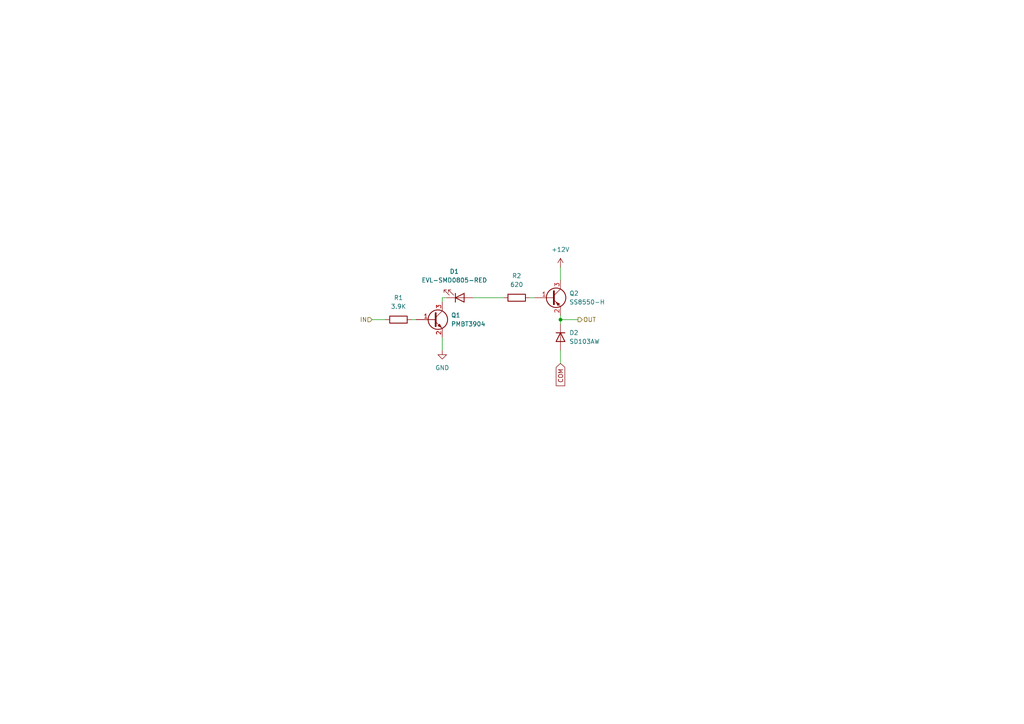
<source format=kicad_sch>
(kicad_sch (version 20231120) (generator "eeschema") (generator_version "8.0")
  (paper "A4")
  (lib_symbols
    (symbol "Device:D" (pin_numbers hide) (pin_names (offset 1.016) hide)
      (property "Reference" "D" (at 0 2.54 0))
      (property "Value" "D" (at 0 -2.54 0))
      (symbol "D_0_1"
        (polyline (pts (xy -1.27 1.27) (xy -1.27 -1.27)) (stroke (width 0.254)))
        (polyline (pts (xy 1.27 0) (xy -1.27 0)))
        (polyline (pts (xy 1.27 1.27) (xy 1.27 -1.27) (xy -1.27 0) (xy 1.27 1.27)) (stroke (width 0.254)))
      )
      (symbol "D_1_1"
        (pin passive line (at -3.81 0 0) (length 2.54) (name "K") (number "1"))
        (pin passive line (at 3.81 0 180) (length 2.54) (name "A") (number "2"))
      )
    )
    (symbol "Device:LED" (pin_numbers hide) (pin_names (offset 1.016) hide)
      (property "Reference" "D" (at 0 2.54 0))
      (property "Value" "LED" (at 0 -2.54 0))
      (symbol "LED_0_1"
        (polyline (pts (xy -1.27 -1.27) (xy -1.27 1.27)) (stroke (width 0.254)))
        (polyline (pts (xy -1.27 0) (xy 1.27 0)))
        (polyline (pts (xy 1.27 -1.27) (xy 1.27 1.27) (xy -1.27 0) (xy 1.27 -1.27)) (stroke (width 0.254)))
        (polyline (pts (xy -3.048 -0.762) (xy -4.572 -2.286) (xy -3.81 -2.286) (xy -4.572 -2.286) (xy -4.572 -1.524)))
        (polyline (pts (xy -1.778 -0.762) (xy -3.302 -2.286) (xy -2.54 -2.286) (xy -3.302 -2.286) (xy -3.302 -1.524)))
      )
      (symbol "LED_1_1"
        (pin passive line (at -3.81 0 0) (length 2.54) (name "K") (number "1"))
        (pin passive line (at 3.81 0 180) (length 2.54) (name "A") (number "2"))
      )
    )
    (symbol "Device:Q_NPN_BEC" (pin_names (offset 0) hide)
      (property "Reference" "Q" (at 5.08 1.27 0))
      (property "Value" "Q_NPN_BEC" (at 5.08 -1.27 0))
      (symbol "Q_NPN_BEC_0_1"
        (polyline (pts (xy 0.635 0.635) (xy 2.54 2.54)))
        (polyline (pts (xy 0.635 -0.635) (xy 2.54 -2.54) (xy 2.54 -2.54)))
        (polyline (pts (xy 0.635 1.905) (xy 0.635 -1.905) (xy 0.635 -1.905)) (stroke (width 0.508)))
        (polyline (pts (xy 1.27 -1.778) (xy 1.778 -1.27) (xy 2.286 -2.286) (xy 1.27 -1.778) (xy 1.27 -1.778)) (fill (type outline)))
        (circle (center 1.27 0) (radius 2.8194) (stroke (width 0.254)))
      )
      (symbol "Q_NPN_BEC_1_1"
        (pin input line (at -5.08 0 0) (length 5.715) (name "B") (number "1"))
        (pin passive line (at 2.54 -5.08 90) (length 2.54) (name "E") (number "2"))
        (pin passive line (at 2.54 5.08 270) (length 2.54) (name "C") (number "3"))
      )
    )
    (symbol "Device:Q_PNP_BEC" (pin_names (offset 0) hide)
      (property "Reference" "Q" (at 5.08 1.27 0))
      (property "Value" "Q_PNP_BEC" (at 5.08 -1.27 0))
      (symbol "Q_PNP_BEC_0_1"
        (polyline (pts (xy 0.635 0.635) (xy 2.54 2.54)))
        (polyline (pts (xy 0.635 -0.635) (xy 2.54 -2.54) (xy 2.54 -2.54)))
        (polyline (pts (xy 0.635 1.905) (xy 0.635 -1.905) (xy 0.635 -1.905)) (stroke (width 0.508)))
        (polyline (pts (xy 2.286 -1.778) (xy 1.778 -2.286) (xy 1.27 -1.27) (xy 2.286 -1.778) (xy 2.286 -1.778)) (fill (type outline)))
        (circle (center 1.27 0) (radius 2.8194) (stroke (width 0.254)))
      )
      (symbol "Q_PNP_BEC_1_1"
        (pin input line (at -5.08 0 0) (length 5.715) (name "B") (number "1"))
        (pin passive line (at 2.54 -5.08 90) (length 2.54) (name "E") (number "2"))
        (pin passive line (at 2.54 5.08 270) (length 2.54) (name "C") (number "3"))
      )
    )
    (symbol "Device:R" (pin_numbers hide) (pin_names (offset 0))
      (property "Reference" "R" (at 2.032 0 90))
      (property "Value" "R" (at 0 0 90))
      (symbol "R_0_1"
        (rectangle (start -1.016 -2.54) (end 1.016 2.54) (stroke (width 0.254)))
      )
      (symbol "R_1_1"
        (pin passive line (at 0 3.81 270) (length 1.27) (name "~") (number "1"))
        (pin passive line (at 0 -3.81 90) (length 1.27) (name "~") (number "2"))
      )
    )
    (symbol "power:+12V" (power) (pin_numbers hide) (pin_names (offset 0) hide)
      (property "Value" "+12V" (at 0 3.556 0))
      (symbol "+12V_0_1"
        (polyline (pts (xy -0.762 1.27) (xy 0 2.54)))
        (polyline (pts (xy 0 0) (xy 0 2.54)))
        (polyline (pts (xy 0 2.54) (xy 0.762 1.27)))
      )
      (symbol "+12V_1_1"
        (pin power_in line (at 0 0 90) (length 0) (name "~") (number "1"))
      )
    )
    (symbol "power:GND" (power) (pin_numbers hide) (pin_names (offset 0) hide)
      (property "Value" "GND" (at 0 -3.81 0))
      (symbol "GND_0_1"
        (polyline (pts (xy 0 0) (xy 0 -1.27) (xy 1.27 -1.27) (xy 0 -2.54) (xy -1.27 -1.27) (xy 0 -1.27)))
      )
      (symbol "GND_1_1"
        (pin power_in line (at 0 0 270) (length 0) (name "~") (number "1"))
      )
    )
  )
  (junction (at 162.56 92.71))
  (wire (pts (xy 128.27 97.79) (xy 128.27 101.6)))
  (wire (pts (xy 162.56 77.47) (xy 162.56 81.28)))
  (wire (pts (xy 162.56 101.6) (xy 162.56 105.41)))
  (wire (pts (xy 137.16 86.36) (xy 146.05 86.36)))
  (wire (pts (xy 162.56 92.71) (xy 167.64 92.71)))
  (wire (pts (xy 107.95 92.71) (xy 111.76 92.71)))
  (wire (pts (xy 153.67 86.36) (xy 154.94 86.36)))
  (wire (pts (xy 128.27 87.63) (xy 128.27 86.36)))
  (wire (pts (xy 119.38 92.71) (xy 120.65 92.71)))
  (wire (pts (xy 162.56 92.71) (xy 162.56 91.44)))
  (wire (pts (xy 128.27 86.36) (xy 129.54 86.36)))
  (wire (pts (xy 162.56 93.98) (xy 162.56 92.71)))
  (global_label "COM" (shape input) (at 162.56 105.41 270) (property "Intersheetrefs" "${INTERSHEET_REFS}" (effects (hide yes))))
  (hierarchical_label "OUT" (shape output) (at 167.64 92.71 0))
  (hierarchical_label "IN" (shape input) (at 107.95 92.71 180))
  (symbol (lib_id "Device:LED") (at 133.35 86.36 0) (mirror x) (unit 1)
    (property "Reference" "D1" (at 131.7625 78.74 0))
    (property "Value" "EVL-SMD0805-RED" (at 131.7625 81.28 0))
    (property "Footprint" "LED_SMD:LED_0805_2012Metric_Pad1.15x1.40mm_HandSolder" (effects (hide yes)))
    (property "Description" "Light emitting diode" (effects (hide yes)))
    (property "CID" "100.432.15" (effects (hide yes)))
    (instances (project "irrigation-controller" (path "" (reference "D1") (unit 1)) (path "" (reference "D3") (unit 1)) (path "" (reference "D5") (unit 1)) (path "" (reference "D7") (unit 1))))
  )
  (symbol (lib_id "Device:Q_NPN_BEC") (at 125.73 92.71 0) (unit 1)
    (property "Reference" "Q1" (at 130.81 91.4399 0) (effects (justify left)))
    (property "Value" "PMBT3904" (at 130.81 93.9799 0) (effects (justify left)))
    (property "Footprint" "Package_TO_SOT_SMD:TSOT-23" (effects (hide yes)))
    (property "Description" "NPN transistor, base/emitter/collector" (effects (hide yes)))
    (property "CID" "100.398.15" (effects (hide yes)))
    (instances (project "irrigation-controller" (path "" (reference "Q1") (unit 1)) (path "" (reference "Q3") (unit 1)) (path "" (reference "Q5") (unit 1)) (path "" (reference "Q7") (unit 1))))
  )
  (symbol (lib_id "power:GND") (at 128.27 101.6 0) (unit 1)
    (property "Reference" "#PWR05" (effects (hide yes)))
    (property "Value" "GND" (at 128.27 106.68 0))
    (property "Description" "Power symbol creates a global label with name \"GND\" , ground" (effects (hide yes)))
    (instances (project "irrigation-controller" (path "" (reference "#PWR05") (unit 1)) (path "" (reference "#PWR06") (unit 1)) (path "" (reference "#PWR07") (unit 1)) (path "" (reference "#PWR08") (unit 1))))
  )
  (symbol (lib_id "power:+12V") (at 162.56 77.47 0) (unit 1)
    (property "Reference" "#PWR03" (effects (hide yes)))
    (property "Value" "+12V" (at 162.56 72.39 0))
    (property "Description" "Power symbol creates a global label with name \"+12V\"" (effects (hide yes)))
    (instances (project "irrigation-controller" (path "" (reference "#PWR03") (unit 1)) (path "" (reference "#PWR021") (unit 1)) (path "" (reference "#PWR022") (unit 1)) (path "" (reference "#PWR023") (unit 1))))
  )
  (symbol (lib_id "Device:Q_PNP_BEC") (at 160.02 86.36 0) (unit 1)
    (property "Reference" "Q2" (at 165.1 85.0899 0) (effects (justify left)))
    (property "Value" "SS8550-H" (at 165.1 87.6299 0) (effects (justify left)))
    (property "Footprint" "Package_TO_SOT_SMD:TSOT-23" (effects (hide yes)))
    (property "Description" "PNP transistor, base/emitter/collector" (effects (hide yes)))
    (property "CID" "100.444.43" (effects (hide yes)))
    (instances (project "irrigation-controller" (path "" (reference "Q2") (unit 1)) (path "" (reference "Q4") (unit 1)) (path "" (reference "Q6") (unit 1)) (path "" (reference "Q8") (unit 1))))
  )
  (symbol (lib_id "Device:R") (at 149.86 86.36 90) (unit 1)
    (property "Reference" "R2" (at 149.86 80.01 90))
    (property "Value" "620" (at 149.86 82.55 90))
    (property "Footprint" "Resistor_SMD:R_0805_2012Metric" (effects (hide yes)))
    (property "Description" "Resistor" (effects (hide yes)))
    (property "CID" "100.333.37" (effects (hide yes)))
    (instances (project "irrigation-controller" (path "" (reference "R2") (unit 1)) (path "" (reference "R4") (unit 1)) (path "" (reference "R6") (unit 1)) (path "" (reference "R8") (unit 1))))
  )
  (symbol (lib_id "Device:R") (at 115.57 92.71 90) (unit 1)
    (property "Reference" "R1" (at 115.57 86.36 90))
    (property "Value" "3.9K" (at 115.57 88.9 90))
    (property "Footprint" "Resistor_SMD:R_0805_2012Metric_Pad1.20x1.40mm_HandSolder" (effects (hide yes)))
    (property "Description" "Resistor" (effects (hide yes)))
    (property "CID" "100.014.54" (effects (hide yes)))
    (instances (project "irrigation-controller" (path "" (reference "R1") (unit 1)) (path "" (reference "R3") (unit 1)) (path "" (reference "R5") (unit 1)) (path "" (reference "R7") (unit 1))))
  )
  (symbol (lib_id "Device:D") (at 162.56 97.79 270) (unit 1)
    (property "Reference" "D2" (at 165.1 96.5199 90) (effects (justify left)))
    (property "Value" "SD103AW" (at 165.1 99.0599 90) (effects (justify left)))
    (property "Footprint" "Diode_SMD:D_SOD-123" (effects (hide yes)))
    (property "Description" "Diode" (effects (hide yes)))
    (property "Sim.Device" "D" (effects (hide yes)))
    (property "Sim.Pins" "1=K 2=A" (effects (hide yes)))
    (property "CID" "100.401.73" (effects (hide yes)))
    (instances (project "irrigation-controller" (path "" (reference "D2") (unit 1)) (path "" (reference "D4") (unit 1)) (path "" (reference "D6") (unit 1)) (path "" (reference "D8") (unit 1))))
  )
)
</source>
